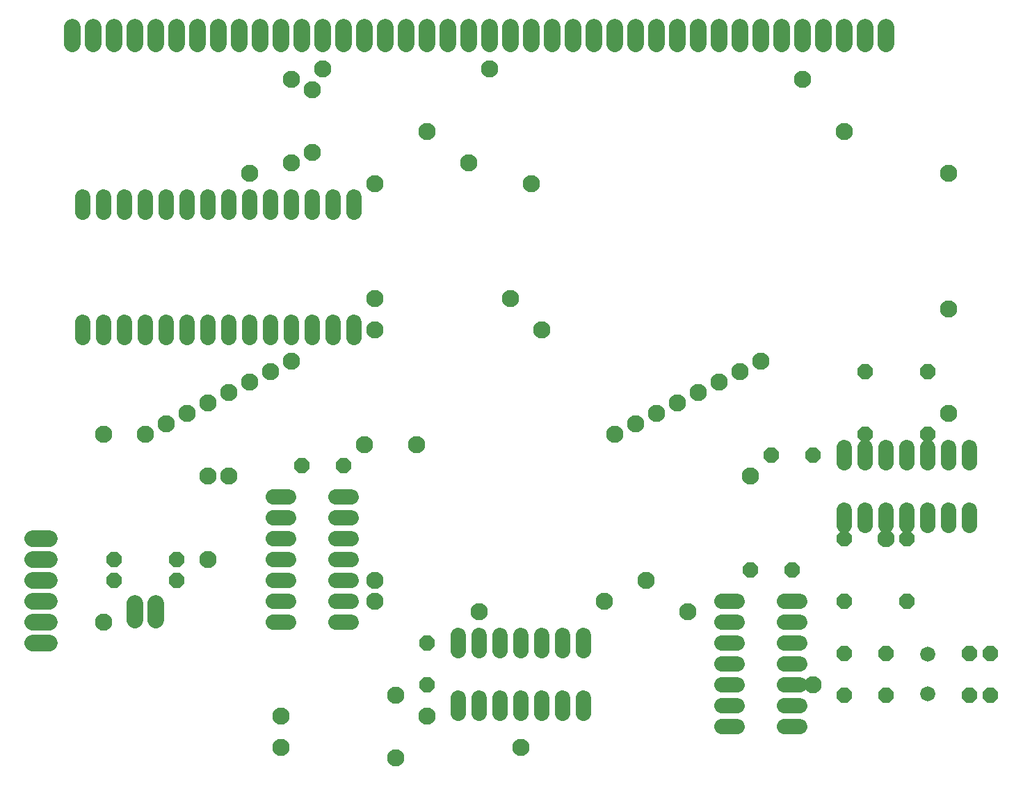
<source format=gbr>
G04 EAGLE Gerber RS-274X export*
G75*
%MOMM*%
%FSLAX34Y34*%
%LPD*%
%INTop Copper*%
%IPPOS*%
%AMOC8*
5,1,8,0,0,1.08239X$1,22.5*%
G01*
%ADD10P,1.979475X8X22.500000*%
%ADD11P,1.979475X8X202.500000*%
%ADD12P,1.979475X8X292.500000*%
%ADD13C,1.828800*%
%ADD14C,2.032000*%
%ADD15P,1.979475X8X112.500000*%
%ADD16C,1.828800*%
%ADD17C,2.100000*%


D10*
X1155700Y152400D03*
X1181100Y152400D03*
D11*
X965200Y393700D03*
X914400Y393700D03*
X939800Y254000D03*
X889000Y254000D03*
D10*
X1155700Y101600D03*
X1181100Y101600D03*
D11*
X393700Y381000D03*
X342900Y381000D03*
D12*
X495300Y165100D03*
X495300Y114300D03*
D13*
X533400Y98044D02*
X533400Y79756D01*
X558800Y79756D02*
X558800Y98044D01*
X685800Y98044D02*
X685800Y79756D01*
X685800Y155956D02*
X685800Y174244D01*
X584200Y98044D02*
X584200Y79756D01*
X609600Y79756D02*
X609600Y98044D01*
X660400Y98044D02*
X660400Y79756D01*
X635000Y79756D02*
X635000Y98044D01*
X660400Y155956D02*
X660400Y174244D01*
X635000Y174244D02*
X635000Y155956D01*
X609600Y155956D02*
X609600Y174244D01*
X584200Y174244D02*
X584200Y155956D01*
X558800Y155956D02*
X558800Y174244D01*
X533400Y174244D02*
X533400Y155956D01*
X1003300Y308356D02*
X1003300Y326644D01*
X1028700Y326644D02*
X1028700Y308356D01*
X1155700Y308356D02*
X1155700Y326644D01*
X1155700Y384556D02*
X1155700Y402844D01*
X1054100Y326644D02*
X1054100Y308356D01*
X1079500Y308356D02*
X1079500Y326644D01*
X1130300Y326644D02*
X1130300Y308356D01*
X1104900Y308356D02*
X1104900Y326644D01*
X1130300Y384556D02*
X1130300Y402844D01*
X1104900Y402844D02*
X1104900Y384556D01*
X1079500Y384556D02*
X1079500Y402844D01*
X1054100Y402844D02*
X1054100Y384556D01*
X1028700Y384556D02*
X1028700Y402844D01*
X1003300Y402844D02*
X1003300Y384556D01*
X872744Y215900D02*
X854456Y215900D01*
X854456Y190500D02*
X872744Y190500D01*
X872744Y63500D02*
X854456Y63500D01*
X930656Y63500D02*
X948944Y63500D01*
X872744Y165100D02*
X854456Y165100D01*
X854456Y139700D02*
X872744Y139700D01*
X872744Y88900D02*
X854456Y88900D01*
X854456Y114300D02*
X872744Y114300D01*
X930656Y88900D02*
X948944Y88900D01*
X948944Y114300D02*
X930656Y114300D01*
X930656Y139700D02*
X948944Y139700D01*
X948944Y165100D02*
X930656Y165100D01*
X930656Y190500D02*
X948944Y190500D01*
X948944Y215900D02*
X930656Y215900D01*
X406400Y689356D02*
X406400Y707644D01*
X381000Y707644D02*
X381000Y689356D01*
X355600Y689356D02*
X355600Y707644D01*
X330200Y707644D02*
X330200Y689356D01*
X304800Y689356D02*
X304800Y707644D01*
X279400Y707644D02*
X279400Y689356D01*
X254000Y689356D02*
X254000Y707644D01*
X228600Y707644D02*
X228600Y689356D01*
X203200Y689356D02*
X203200Y707644D01*
X177800Y707644D02*
X177800Y689356D01*
X152400Y689356D02*
X152400Y707644D01*
X127000Y707644D02*
X127000Y689356D01*
X101600Y689356D02*
X101600Y707644D01*
X76200Y707644D02*
X76200Y689356D01*
X76200Y555244D02*
X76200Y536956D01*
X101600Y536956D02*
X101600Y555244D01*
X127000Y555244D02*
X127000Y536956D01*
X152400Y536956D02*
X152400Y555244D01*
X177800Y555244D02*
X177800Y536956D01*
X203200Y536956D02*
X203200Y555244D01*
X228600Y555244D02*
X228600Y536956D01*
X254000Y536956D02*
X254000Y555244D01*
X279400Y555244D02*
X279400Y536956D01*
X304800Y536956D02*
X304800Y555244D01*
X330200Y555244D02*
X330200Y536956D01*
X355600Y536956D02*
X355600Y555244D01*
X381000Y555244D02*
X381000Y536956D01*
X406400Y536956D02*
X406400Y555244D01*
X326644Y342900D02*
X308356Y342900D01*
X308356Y317500D02*
X326644Y317500D01*
X326644Y190500D02*
X308356Y190500D01*
X384556Y190500D02*
X402844Y190500D01*
X326644Y292100D02*
X308356Y292100D01*
X308356Y266700D02*
X326644Y266700D01*
X326644Y215900D02*
X308356Y215900D01*
X308356Y241300D02*
X326644Y241300D01*
X384556Y215900D02*
X402844Y215900D01*
X402844Y241300D02*
X384556Y241300D01*
X384556Y266700D02*
X402844Y266700D01*
X402844Y292100D02*
X384556Y292100D01*
X384556Y317500D02*
X402844Y317500D01*
X402844Y342900D02*
X384556Y342900D01*
D14*
X63500Y894080D02*
X63500Y914400D01*
X88900Y914400D02*
X88900Y894080D01*
X114300Y894080D02*
X114300Y914400D01*
X139700Y914400D02*
X139700Y894080D01*
X165100Y894080D02*
X165100Y914400D01*
X190500Y914400D02*
X190500Y894080D01*
X215900Y894080D02*
X215900Y914400D01*
X241300Y914400D02*
X241300Y894080D01*
X266700Y894080D02*
X266700Y914400D01*
X292100Y914400D02*
X292100Y894080D01*
X317500Y894080D02*
X317500Y914400D01*
X342900Y914400D02*
X342900Y894080D01*
X368300Y894080D02*
X368300Y914400D01*
X393700Y914400D02*
X393700Y894080D01*
X419100Y894080D02*
X419100Y914400D01*
X444500Y914400D02*
X444500Y894080D01*
X469900Y894080D02*
X469900Y914400D01*
X495300Y914400D02*
X495300Y894080D01*
X520700Y894080D02*
X520700Y914400D01*
X546100Y914400D02*
X546100Y894080D01*
X571500Y894080D02*
X571500Y914400D01*
X596900Y914400D02*
X596900Y894080D01*
X622300Y894080D02*
X622300Y914400D01*
X647700Y914400D02*
X647700Y894080D01*
X673100Y894080D02*
X673100Y914400D01*
X698500Y914400D02*
X698500Y894080D01*
X723900Y894080D02*
X723900Y914400D01*
X749300Y914400D02*
X749300Y894080D01*
X774700Y894080D02*
X774700Y914400D01*
X800100Y914400D02*
X800100Y894080D01*
X825500Y894080D02*
X825500Y914400D01*
X850900Y914400D02*
X850900Y894080D01*
X876300Y894080D02*
X876300Y914400D01*
X901700Y914400D02*
X901700Y894080D01*
X927100Y894080D02*
X927100Y914400D01*
X952500Y914400D02*
X952500Y894080D01*
X977900Y894080D02*
X977900Y914400D01*
X1003300Y914400D02*
X1003300Y894080D01*
X1028700Y894080D02*
X1028700Y914400D01*
X1054100Y914400D02*
X1054100Y894080D01*
X165100Y213360D02*
X165100Y193040D01*
X139700Y193040D02*
X139700Y213360D01*
X35560Y165100D02*
X15240Y165100D01*
X15240Y190500D02*
X35560Y190500D01*
X35560Y215900D02*
X15240Y215900D01*
X15240Y241300D02*
X35560Y241300D01*
X35560Y266700D02*
X15240Y266700D01*
X15240Y292100D02*
X35560Y292100D01*
D10*
X114300Y241300D03*
X190500Y241300D03*
X114300Y266700D03*
X190500Y266700D03*
D11*
X1054100Y152400D03*
X1003300Y152400D03*
X1054100Y101600D03*
X1003300Y101600D03*
D15*
X1079500Y215900D03*
X1079500Y292100D03*
X1003300Y215900D03*
X1003300Y292100D03*
D12*
X1104900Y495300D03*
X1104900Y419100D03*
X1028700Y495300D03*
X1028700Y419100D03*
D16*
X1104900Y151130D03*
X1104900Y102870D03*
D17*
X317500Y76200D03*
X495300Y76200D03*
X317500Y38100D03*
X609600Y38100D03*
X101600Y419100D03*
X101600Y190500D03*
X495300Y787400D03*
X1003300Y787400D03*
X482600Y406400D03*
X419100Y406400D03*
X368300Y863600D03*
X571500Y863600D03*
X355600Y838200D03*
X355600Y762000D03*
X330200Y749300D03*
X546100Y749300D03*
X431800Y584200D03*
X596900Y584200D03*
X431800Y546100D03*
X635000Y546100D03*
X152400Y419100D03*
X723900Y419100D03*
X177800Y431800D03*
X749300Y431800D03*
X203200Y444500D03*
X774700Y444500D03*
X228600Y457200D03*
X800100Y457200D03*
X254000Y469900D03*
X825500Y469900D03*
X279400Y482600D03*
X850900Y482600D03*
X304800Y495300D03*
X876300Y495300D03*
X330200Y508000D03*
X901700Y508000D03*
X228600Y266700D03*
X228600Y368300D03*
X254000Y368300D03*
X889000Y368300D03*
X952500Y850900D03*
X330200Y850900D03*
X1130300Y444500D03*
X1130300Y571500D03*
X279400Y736600D03*
X1130300Y736600D03*
X558800Y203200D03*
X812800Y203200D03*
X431800Y723900D03*
X622300Y723900D03*
X457200Y25400D03*
X457200Y101600D03*
X965200Y114300D03*
X1054100Y292100D03*
X711200Y215900D03*
X431800Y215900D03*
X762000Y241300D03*
X431800Y241300D03*
M02*

</source>
